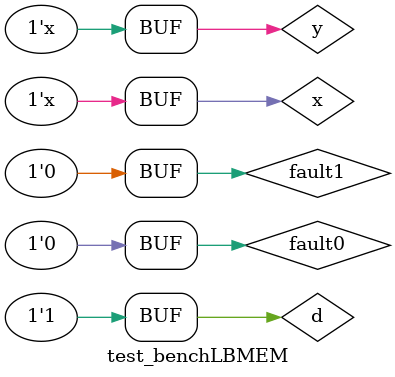
<source format=v>
module test_benchLBMEM;
reg al,bl,fault1,fault0,x, Zpexl,clk1,clk2,clk3,cl,xl,y,yl,Zpi;
wor Z,Zp;
reg c,d;

MajorityVoter_bi MV (
	.forward(nforward),
	.A(al),
	.B(bl),
	.Z(Z),
	.Zp(Zp),
	.fault1(fault1),
	.fault0(fault0)
	);
Wire_bi wire_1(
.A(c),
.B(xx),
.bi(Z), 
.forward(forward) )	;
//assign Z= forward? c : 1'bz;
assign nforward=(clk2 && clk1);
assign forward = ~nforward;
Wire_bi wire_2(
.A(Zpi),
.B(Zpex),
.bi(Zp), 
.forward(nforward) )	;
//assign Zp= forward? 1'bz:d;
assign a= xl;
assign b= yl;
initial  
begin     
	x =0;     
 	y =0;
 	xl=0;
 	yl=0;//try with zs
 	Zpexl=0;
 	Zpi=0;
 	al=0;
 	bl=0;
 	c=0;
	d=1;
 	fault1 = 0;
	fault0 = 0;
	clk1 <= #125 0;
	clk2=1;
	clk3=1;
end     

always

begin
     #3000 x = ~x;
end

always
     #5000 y = ~y;



always@(posedge clk1)
//violet!
	begin
		clk1 <= #1000 ~clk1;	
		Zpi<=Zpexl	;
		xl <= x;
		yl <= y;
	end
always@(negedge clk1)
	begin
		yl=1'bZ;	
		Zpi=1'bz;
		xl=1'bZ;
		clk1 <= #1000 ~clk1;
	end

always@(posedge clk2)
//blue
	begin
		cl=c;
		al=a;
		bl=b;
		clk2 <= #1250 ~clk2;
	end
	
always@(negedge clk2)
	begin
		al=1'bZ;
		bl=1'bZ;
		cl=1'bZ;
		clk2 <= #750 ~clk2;
	end
	
always@(posedge clk3)
//white
	begin
		c <= xx;
		Zpexl<=Zpex;
		clk3 <= #500 ~clk3;
	end
	
always@(negedge clk3)
	begin
		c<= 1'bz;
		Zpexl <=1'bz;
		clk3 <= #500 ~clk3;
	end
	
endmodule





</source>
